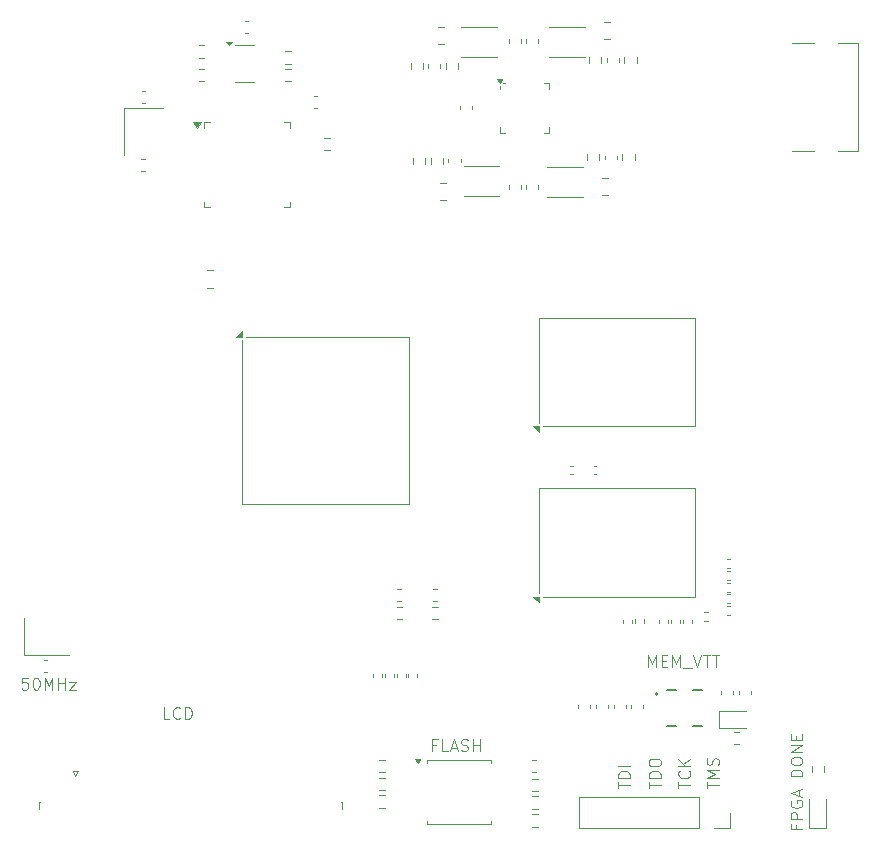
<source format=gbr>
%TF.GenerationSoftware,KiCad,Pcbnew,8.0.6*%
%TF.CreationDate,2025-01-06T00:07:23+08:00*%
%TF.ProjectId,ECP5_DEV_BOARD,45435035-5f44-4455-965f-424f4152442e,rev?*%
%TF.SameCoordinates,Original*%
%TF.FileFunction,Legend,Top*%
%TF.FilePolarity,Positive*%
%FSLAX46Y46*%
G04 Gerber Fmt 4.6, Leading zero omitted, Abs format (unit mm)*
G04 Created by KiCad (PCBNEW 8.0.6) date 2025-01-06 00:07:23*
%MOMM*%
%LPD*%
G01*
G04 APERTURE LIST*
%ADD10C,0.100000*%
%ADD11C,0.120000*%
%ADD12C,0.127000*%
%ADD13C,0.200000*%
G04 APERTURE END LIST*
D10*
X149572419Y-134038972D02*
X149572419Y-133467544D01*
X150572419Y-133753258D02*
X149572419Y-133753258D01*
X150572419Y-133134210D02*
X149572419Y-133134210D01*
X149572419Y-133134210D02*
X150286704Y-132800877D01*
X150286704Y-132800877D02*
X149572419Y-132467544D01*
X149572419Y-132467544D02*
X150572419Y-132467544D01*
X150524800Y-132038972D02*
X150572419Y-131896115D01*
X150572419Y-131896115D02*
X150572419Y-131658020D01*
X150572419Y-131658020D02*
X150524800Y-131562782D01*
X150524800Y-131562782D02*
X150477180Y-131515163D01*
X150477180Y-131515163D02*
X150381942Y-131467544D01*
X150381942Y-131467544D02*
X150286704Y-131467544D01*
X150286704Y-131467544D02*
X150191466Y-131515163D01*
X150191466Y-131515163D02*
X150143847Y-131562782D01*
X150143847Y-131562782D02*
X150096228Y-131658020D01*
X150096228Y-131658020D02*
X150048609Y-131848496D01*
X150048609Y-131848496D02*
X150000990Y-131943734D01*
X150000990Y-131943734D02*
X149953371Y-131991353D01*
X149953371Y-131991353D02*
X149858133Y-132038972D01*
X149858133Y-132038972D02*
X149762895Y-132038972D01*
X149762895Y-132038972D02*
X149667657Y-131991353D01*
X149667657Y-131991353D02*
X149620038Y-131943734D01*
X149620038Y-131943734D02*
X149572419Y-131848496D01*
X149572419Y-131848496D02*
X149572419Y-131610401D01*
X149572419Y-131610401D02*
X149620038Y-131467544D01*
X144603884Y-123772419D02*
X144603884Y-122772419D01*
X144603884Y-122772419D02*
X144937217Y-123486704D01*
X144937217Y-123486704D02*
X145270550Y-122772419D01*
X145270550Y-122772419D02*
X145270550Y-123772419D01*
X145746741Y-123248609D02*
X146080074Y-123248609D01*
X146222931Y-123772419D02*
X145746741Y-123772419D01*
X145746741Y-123772419D02*
X145746741Y-122772419D01*
X145746741Y-122772419D02*
X146222931Y-122772419D01*
X146651503Y-123772419D02*
X146651503Y-122772419D01*
X146651503Y-122772419D02*
X146984836Y-123486704D01*
X146984836Y-123486704D02*
X147318169Y-122772419D01*
X147318169Y-122772419D02*
X147318169Y-123772419D01*
X147556265Y-123867657D02*
X148318169Y-123867657D01*
X148413408Y-122772419D02*
X148746741Y-123772419D01*
X148746741Y-123772419D02*
X149080074Y-122772419D01*
X149270551Y-122772419D02*
X149841979Y-122772419D01*
X149556265Y-123772419D02*
X149556265Y-122772419D01*
X150032456Y-122772419D02*
X150603884Y-122772419D01*
X150318170Y-123772419D02*
X150318170Y-122772419D01*
X104080074Y-128172419D02*
X103603884Y-128172419D01*
X103603884Y-128172419D02*
X103603884Y-127172419D01*
X104984836Y-128077180D02*
X104937217Y-128124800D01*
X104937217Y-128124800D02*
X104794360Y-128172419D01*
X104794360Y-128172419D02*
X104699122Y-128172419D01*
X104699122Y-128172419D02*
X104556265Y-128124800D01*
X104556265Y-128124800D02*
X104461027Y-128029561D01*
X104461027Y-128029561D02*
X104413408Y-127934323D01*
X104413408Y-127934323D02*
X104365789Y-127743847D01*
X104365789Y-127743847D02*
X104365789Y-127600990D01*
X104365789Y-127600990D02*
X104413408Y-127410514D01*
X104413408Y-127410514D02*
X104461027Y-127315276D01*
X104461027Y-127315276D02*
X104556265Y-127220038D01*
X104556265Y-127220038D02*
X104699122Y-127172419D01*
X104699122Y-127172419D02*
X104794360Y-127172419D01*
X104794360Y-127172419D02*
X104937217Y-127220038D01*
X104937217Y-127220038D02*
X104984836Y-127267657D01*
X105413408Y-128172419D02*
X105413408Y-127172419D01*
X105413408Y-127172419D02*
X105651503Y-127172419D01*
X105651503Y-127172419D02*
X105794360Y-127220038D01*
X105794360Y-127220038D02*
X105889598Y-127315276D01*
X105889598Y-127315276D02*
X105937217Y-127410514D01*
X105937217Y-127410514D02*
X105984836Y-127600990D01*
X105984836Y-127600990D02*
X105984836Y-127743847D01*
X105984836Y-127743847D02*
X105937217Y-127934323D01*
X105937217Y-127934323D02*
X105889598Y-128029561D01*
X105889598Y-128029561D02*
X105794360Y-128124800D01*
X105794360Y-128124800D02*
X105651503Y-128172419D01*
X105651503Y-128172419D02*
X105413408Y-128172419D01*
X157148609Y-137162782D02*
X157148609Y-137496115D01*
X157672419Y-137496115D02*
X156672419Y-137496115D01*
X156672419Y-137496115D02*
X156672419Y-137019925D01*
X157672419Y-136638972D02*
X156672419Y-136638972D01*
X156672419Y-136638972D02*
X156672419Y-136258020D01*
X156672419Y-136258020D02*
X156720038Y-136162782D01*
X156720038Y-136162782D02*
X156767657Y-136115163D01*
X156767657Y-136115163D02*
X156862895Y-136067544D01*
X156862895Y-136067544D02*
X157005752Y-136067544D01*
X157005752Y-136067544D02*
X157100990Y-136115163D01*
X157100990Y-136115163D02*
X157148609Y-136162782D01*
X157148609Y-136162782D02*
X157196228Y-136258020D01*
X157196228Y-136258020D02*
X157196228Y-136638972D01*
X156720038Y-135115163D02*
X156672419Y-135210401D01*
X156672419Y-135210401D02*
X156672419Y-135353258D01*
X156672419Y-135353258D02*
X156720038Y-135496115D01*
X156720038Y-135496115D02*
X156815276Y-135591353D01*
X156815276Y-135591353D02*
X156910514Y-135638972D01*
X156910514Y-135638972D02*
X157100990Y-135686591D01*
X157100990Y-135686591D02*
X157243847Y-135686591D01*
X157243847Y-135686591D02*
X157434323Y-135638972D01*
X157434323Y-135638972D02*
X157529561Y-135591353D01*
X157529561Y-135591353D02*
X157624800Y-135496115D01*
X157624800Y-135496115D02*
X157672419Y-135353258D01*
X157672419Y-135353258D02*
X157672419Y-135258020D01*
X157672419Y-135258020D02*
X157624800Y-135115163D01*
X157624800Y-135115163D02*
X157577180Y-135067544D01*
X157577180Y-135067544D02*
X157243847Y-135067544D01*
X157243847Y-135067544D02*
X157243847Y-135258020D01*
X157386704Y-134686591D02*
X157386704Y-134210401D01*
X157672419Y-134781829D02*
X156672419Y-134448496D01*
X156672419Y-134448496D02*
X157672419Y-134115163D01*
X157672419Y-133019924D02*
X156672419Y-133019924D01*
X156672419Y-133019924D02*
X156672419Y-132781829D01*
X156672419Y-132781829D02*
X156720038Y-132638972D01*
X156720038Y-132638972D02*
X156815276Y-132543734D01*
X156815276Y-132543734D02*
X156910514Y-132496115D01*
X156910514Y-132496115D02*
X157100990Y-132448496D01*
X157100990Y-132448496D02*
X157243847Y-132448496D01*
X157243847Y-132448496D02*
X157434323Y-132496115D01*
X157434323Y-132496115D02*
X157529561Y-132543734D01*
X157529561Y-132543734D02*
X157624800Y-132638972D01*
X157624800Y-132638972D02*
X157672419Y-132781829D01*
X157672419Y-132781829D02*
X157672419Y-133019924D01*
X156672419Y-131829448D02*
X156672419Y-131638972D01*
X156672419Y-131638972D02*
X156720038Y-131543734D01*
X156720038Y-131543734D02*
X156815276Y-131448496D01*
X156815276Y-131448496D02*
X157005752Y-131400877D01*
X157005752Y-131400877D02*
X157339085Y-131400877D01*
X157339085Y-131400877D02*
X157529561Y-131448496D01*
X157529561Y-131448496D02*
X157624800Y-131543734D01*
X157624800Y-131543734D02*
X157672419Y-131638972D01*
X157672419Y-131638972D02*
X157672419Y-131829448D01*
X157672419Y-131829448D02*
X157624800Y-131924686D01*
X157624800Y-131924686D02*
X157529561Y-132019924D01*
X157529561Y-132019924D02*
X157339085Y-132067543D01*
X157339085Y-132067543D02*
X157005752Y-132067543D01*
X157005752Y-132067543D02*
X156815276Y-132019924D01*
X156815276Y-132019924D02*
X156720038Y-131924686D01*
X156720038Y-131924686D02*
X156672419Y-131829448D01*
X157672419Y-130972305D02*
X156672419Y-130972305D01*
X156672419Y-130972305D02*
X157672419Y-130400877D01*
X157672419Y-130400877D02*
X156672419Y-130400877D01*
X157148609Y-129924686D02*
X157148609Y-129591353D01*
X157672419Y-129448496D02*
X157672419Y-129924686D01*
X157672419Y-129924686D02*
X156672419Y-129924686D01*
X156672419Y-129924686D02*
X156672419Y-129448496D01*
X142072419Y-134038972D02*
X142072419Y-133467544D01*
X143072419Y-133753258D02*
X142072419Y-133753258D01*
X143072419Y-133134210D02*
X142072419Y-133134210D01*
X142072419Y-133134210D02*
X142072419Y-132896115D01*
X142072419Y-132896115D02*
X142120038Y-132753258D01*
X142120038Y-132753258D02*
X142215276Y-132658020D01*
X142215276Y-132658020D02*
X142310514Y-132610401D01*
X142310514Y-132610401D02*
X142500990Y-132562782D01*
X142500990Y-132562782D02*
X142643847Y-132562782D01*
X142643847Y-132562782D02*
X142834323Y-132610401D01*
X142834323Y-132610401D02*
X142929561Y-132658020D01*
X142929561Y-132658020D02*
X143024800Y-132753258D01*
X143024800Y-132753258D02*
X143072419Y-132896115D01*
X143072419Y-132896115D02*
X143072419Y-133134210D01*
X143072419Y-132134210D02*
X142072419Y-132134210D01*
X126637217Y-130348609D02*
X126303884Y-130348609D01*
X126303884Y-130872419D02*
X126303884Y-129872419D01*
X126303884Y-129872419D02*
X126780074Y-129872419D01*
X127637217Y-130872419D02*
X127161027Y-130872419D01*
X127161027Y-130872419D02*
X127161027Y-129872419D01*
X127922932Y-130586704D02*
X128399122Y-130586704D01*
X127827694Y-130872419D02*
X128161027Y-129872419D01*
X128161027Y-129872419D02*
X128494360Y-130872419D01*
X128780075Y-130824800D02*
X128922932Y-130872419D01*
X128922932Y-130872419D02*
X129161027Y-130872419D01*
X129161027Y-130872419D02*
X129256265Y-130824800D01*
X129256265Y-130824800D02*
X129303884Y-130777180D01*
X129303884Y-130777180D02*
X129351503Y-130681942D01*
X129351503Y-130681942D02*
X129351503Y-130586704D01*
X129351503Y-130586704D02*
X129303884Y-130491466D01*
X129303884Y-130491466D02*
X129256265Y-130443847D01*
X129256265Y-130443847D02*
X129161027Y-130396228D01*
X129161027Y-130396228D02*
X128970551Y-130348609D01*
X128970551Y-130348609D02*
X128875313Y-130300990D01*
X128875313Y-130300990D02*
X128827694Y-130253371D01*
X128827694Y-130253371D02*
X128780075Y-130158133D01*
X128780075Y-130158133D02*
X128780075Y-130062895D01*
X128780075Y-130062895D02*
X128827694Y-129967657D01*
X128827694Y-129967657D02*
X128875313Y-129920038D01*
X128875313Y-129920038D02*
X128970551Y-129872419D01*
X128970551Y-129872419D02*
X129208646Y-129872419D01*
X129208646Y-129872419D02*
X129351503Y-129920038D01*
X129780075Y-130872419D02*
X129780075Y-129872419D01*
X129780075Y-130348609D02*
X130351503Y-130348609D01*
X130351503Y-130872419D02*
X130351503Y-129872419D01*
X144672419Y-134038972D02*
X144672419Y-133467544D01*
X145672419Y-133753258D02*
X144672419Y-133753258D01*
X145672419Y-133134210D02*
X144672419Y-133134210D01*
X144672419Y-133134210D02*
X144672419Y-132896115D01*
X144672419Y-132896115D02*
X144720038Y-132753258D01*
X144720038Y-132753258D02*
X144815276Y-132658020D01*
X144815276Y-132658020D02*
X144910514Y-132610401D01*
X144910514Y-132610401D02*
X145100990Y-132562782D01*
X145100990Y-132562782D02*
X145243847Y-132562782D01*
X145243847Y-132562782D02*
X145434323Y-132610401D01*
X145434323Y-132610401D02*
X145529561Y-132658020D01*
X145529561Y-132658020D02*
X145624800Y-132753258D01*
X145624800Y-132753258D02*
X145672419Y-132896115D01*
X145672419Y-132896115D02*
X145672419Y-133134210D01*
X144672419Y-131943734D02*
X144672419Y-131753258D01*
X144672419Y-131753258D02*
X144720038Y-131658020D01*
X144720038Y-131658020D02*
X144815276Y-131562782D01*
X144815276Y-131562782D02*
X145005752Y-131515163D01*
X145005752Y-131515163D02*
X145339085Y-131515163D01*
X145339085Y-131515163D02*
X145529561Y-131562782D01*
X145529561Y-131562782D02*
X145624800Y-131658020D01*
X145624800Y-131658020D02*
X145672419Y-131753258D01*
X145672419Y-131753258D02*
X145672419Y-131943734D01*
X145672419Y-131943734D02*
X145624800Y-132038972D01*
X145624800Y-132038972D02*
X145529561Y-132134210D01*
X145529561Y-132134210D02*
X145339085Y-132181829D01*
X145339085Y-132181829D02*
X145005752Y-132181829D01*
X145005752Y-132181829D02*
X144815276Y-132134210D01*
X144815276Y-132134210D02*
X144720038Y-132038972D01*
X144720038Y-132038972D02*
X144672419Y-131943734D01*
X147172419Y-134038972D02*
X147172419Y-133467544D01*
X148172419Y-133753258D02*
X147172419Y-133753258D01*
X148077180Y-132562782D02*
X148124800Y-132610401D01*
X148124800Y-132610401D02*
X148172419Y-132753258D01*
X148172419Y-132753258D02*
X148172419Y-132848496D01*
X148172419Y-132848496D02*
X148124800Y-132991353D01*
X148124800Y-132991353D02*
X148029561Y-133086591D01*
X148029561Y-133086591D02*
X147934323Y-133134210D01*
X147934323Y-133134210D02*
X147743847Y-133181829D01*
X147743847Y-133181829D02*
X147600990Y-133181829D01*
X147600990Y-133181829D02*
X147410514Y-133134210D01*
X147410514Y-133134210D02*
X147315276Y-133086591D01*
X147315276Y-133086591D02*
X147220038Y-132991353D01*
X147220038Y-132991353D02*
X147172419Y-132848496D01*
X147172419Y-132848496D02*
X147172419Y-132753258D01*
X147172419Y-132753258D02*
X147220038Y-132610401D01*
X147220038Y-132610401D02*
X147267657Y-132562782D01*
X148172419Y-132134210D02*
X147172419Y-132134210D01*
X148172419Y-131562782D02*
X147600990Y-131991353D01*
X147172419Y-131562782D02*
X147743847Y-132134210D01*
X92080074Y-124672419D02*
X91603884Y-124672419D01*
X91603884Y-124672419D02*
X91556265Y-125148609D01*
X91556265Y-125148609D02*
X91603884Y-125100990D01*
X91603884Y-125100990D02*
X91699122Y-125053371D01*
X91699122Y-125053371D02*
X91937217Y-125053371D01*
X91937217Y-125053371D02*
X92032455Y-125100990D01*
X92032455Y-125100990D02*
X92080074Y-125148609D01*
X92080074Y-125148609D02*
X92127693Y-125243847D01*
X92127693Y-125243847D02*
X92127693Y-125481942D01*
X92127693Y-125481942D02*
X92080074Y-125577180D01*
X92080074Y-125577180D02*
X92032455Y-125624800D01*
X92032455Y-125624800D02*
X91937217Y-125672419D01*
X91937217Y-125672419D02*
X91699122Y-125672419D01*
X91699122Y-125672419D02*
X91603884Y-125624800D01*
X91603884Y-125624800D02*
X91556265Y-125577180D01*
X92746741Y-124672419D02*
X92841979Y-124672419D01*
X92841979Y-124672419D02*
X92937217Y-124720038D01*
X92937217Y-124720038D02*
X92984836Y-124767657D01*
X92984836Y-124767657D02*
X93032455Y-124862895D01*
X93032455Y-124862895D02*
X93080074Y-125053371D01*
X93080074Y-125053371D02*
X93080074Y-125291466D01*
X93080074Y-125291466D02*
X93032455Y-125481942D01*
X93032455Y-125481942D02*
X92984836Y-125577180D01*
X92984836Y-125577180D02*
X92937217Y-125624800D01*
X92937217Y-125624800D02*
X92841979Y-125672419D01*
X92841979Y-125672419D02*
X92746741Y-125672419D01*
X92746741Y-125672419D02*
X92651503Y-125624800D01*
X92651503Y-125624800D02*
X92603884Y-125577180D01*
X92603884Y-125577180D02*
X92556265Y-125481942D01*
X92556265Y-125481942D02*
X92508646Y-125291466D01*
X92508646Y-125291466D02*
X92508646Y-125053371D01*
X92508646Y-125053371D02*
X92556265Y-124862895D01*
X92556265Y-124862895D02*
X92603884Y-124767657D01*
X92603884Y-124767657D02*
X92651503Y-124720038D01*
X92651503Y-124720038D02*
X92746741Y-124672419D01*
X93508646Y-125672419D02*
X93508646Y-124672419D01*
X93508646Y-124672419D02*
X93841979Y-125386704D01*
X93841979Y-125386704D02*
X94175312Y-124672419D01*
X94175312Y-124672419D02*
X94175312Y-125672419D01*
X94651503Y-125672419D02*
X94651503Y-124672419D01*
X94651503Y-125148609D02*
X95222931Y-125148609D01*
X95222931Y-125672419D02*
X95222931Y-124672419D01*
X95603884Y-125005752D02*
X96127693Y-125005752D01*
X96127693Y-125005752D02*
X95603884Y-125672419D01*
X95603884Y-125672419D02*
X96127693Y-125672419D01*
D11*
%TO.C,R47*%
X134755276Y-136225000D02*
X135264724Y-136225000D01*
X134755276Y-137270000D02*
X135264724Y-137270000D01*
%TO.C,C26*%
X126801248Y-69540000D02*
X127323752Y-69540000D01*
X126801248Y-71010000D02*
X127323752Y-71010000D01*
%TO.C,C22*%
X140940000Y-80740580D02*
X140940000Y-80459420D01*
X141960000Y-80740580D02*
X141960000Y-80459420D01*
%TO.C,C24*%
X141102500Y-72234420D02*
X141102500Y-72515580D01*
X142122500Y-72234420D02*
X142122500Y-72515580D01*
%TO.C,C30*%
X132802500Y-70634420D02*
X132802500Y-70915580D01*
X133822500Y-70634420D02*
X133822500Y-70915580D01*
%TO.C,L2*%
X129002500Y-81340000D02*
X132022500Y-81340000D01*
X129002500Y-83860000D02*
X132022500Y-83860000D01*
%TO.C,R40*%
X142590000Y-72612258D02*
X142590000Y-72137742D01*
X143635000Y-72612258D02*
X143635000Y-72137742D01*
%TO.C,R14*%
X151246359Y-118620000D02*
X151553641Y-118620000D01*
X151246359Y-119380000D02*
X151553641Y-119380000D01*
%TO.C,R41*%
X127490000Y-72637742D02*
X127490000Y-73112258D01*
X128535000Y-72637742D02*
X128535000Y-73112258D01*
%TO.C,C21*%
X141690000Y-126959420D02*
X141690000Y-127240580D01*
X142710000Y-126959420D02*
X142710000Y-127240580D01*
%TO.C,C3*%
X123384420Y-117190000D02*
X123665580Y-117190000D01*
X123384420Y-118210000D02*
X123665580Y-118210000D01*
%TO.C,R48*%
X122364724Y-134625000D02*
X121855276Y-134625000D01*
X122364724Y-135670000D02*
X121855276Y-135670000D01*
%TO.C,U11*%
X107027500Y-77640001D02*
X107027500Y-78090001D01*
X107027500Y-84860001D02*
X107027500Y-84410001D01*
X107477500Y-77640001D02*
X107027500Y-77640001D01*
X107477500Y-84860001D02*
X107027500Y-84860001D01*
X113797500Y-77640001D02*
X114247500Y-77640001D01*
X113797500Y-84860001D02*
X114247500Y-84860001D01*
X114247500Y-77640001D02*
X114247500Y-78090001D01*
X114247500Y-84860001D02*
X114247500Y-84410001D01*
X106437500Y-78090001D02*
X106097500Y-77620001D01*
X106777500Y-77620001D01*
X106437500Y-78090001D01*
G36*
X106437500Y-78090001D02*
G01*
X106097500Y-77620001D01*
X106777500Y-77620001D01*
X106437500Y-78090001D01*
G37*
%TO.C,C33*%
X132790000Y-83265580D02*
X132790000Y-82984420D01*
X133810000Y-83265580D02*
X133810000Y-82984420D01*
%TO.C,R60*%
X117637258Y-78977500D02*
X117162742Y-78977500D01*
X117637258Y-80022500D02*
X117162742Y-80022500D01*
%TO.C,C43*%
X150790000Y-125784420D02*
X150790000Y-126065580D01*
X151810000Y-125784420D02*
X151810000Y-126065580D01*
%TO.C,D1*%
X158200000Y-134975000D02*
X158200000Y-137435000D01*
X158200000Y-137435000D02*
X159670000Y-137435000D01*
X159670000Y-137435000D02*
X159670000Y-134975000D01*
%TO.C,R42*%
X124490000Y-73112258D02*
X124490000Y-72637742D01*
X125535000Y-73112258D02*
X125535000Y-72637742D01*
%TO.C,C44*%
X107238748Y-90165000D02*
X107761252Y-90165000D01*
X107238748Y-91635000D02*
X107761252Y-91635000D01*
%TO.C,U1*%
X135400000Y-94200000D02*
X135400000Y-103080000D01*
X135720000Y-103400000D02*
X148600000Y-103400000D01*
X148600000Y-94200000D02*
X135400000Y-94200000D01*
X148600000Y-103400000D02*
X148600000Y-94200000D01*
X135400000Y-103900000D02*
X134900000Y-103400000D01*
X135400000Y-103400000D01*
X135400000Y-103900000D01*
G36*
X135400000Y-103900000D02*
G01*
X134900000Y-103400000D01*
X135400000Y-103400000D01*
X135400000Y-103900000D01*
G37*
%TO.C,R43*%
X122310000Y-124336359D02*
X122310000Y-124643641D01*
X123070000Y-124336359D02*
X123070000Y-124643641D01*
%TO.C,C4*%
X126409420Y-117190000D02*
X126690580Y-117190000D01*
X126409420Y-118210000D02*
X126690580Y-118210000D01*
%TO.C,R65*%
X107037258Y-73127500D02*
X106562742Y-73127500D01*
X107037258Y-74172500D02*
X106562742Y-74172500D01*
%TO.C,R22*%
X151246359Y-114620000D02*
X151553641Y-114620000D01*
X151246359Y-115380000D02*
X151553641Y-115380000D01*
%TO.C,R51*%
X134755276Y-134725000D02*
X135264724Y-134725000D01*
X134755276Y-135770000D02*
X135264724Y-135770000D01*
%TO.C,C31*%
X134302500Y-70634420D02*
X134302500Y-70915580D01*
X135322500Y-70634420D02*
X135322500Y-70915580D01*
%TO.C,U3*%
X110200000Y-96120000D02*
X110200000Y-110000000D01*
X110200000Y-110000000D02*
X124400000Y-110000000D01*
X124400000Y-95800000D02*
X110520000Y-95800000D01*
X124400000Y-110000000D02*
X124400000Y-95800000D01*
X110200000Y-95800000D02*
X109700000Y-95800000D01*
X110200000Y-95300000D01*
X110200000Y-95800000D01*
G36*
X110200000Y-95800000D02*
G01*
X109700000Y-95800000D01*
X110200000Y-95300000D01*
X110200000Y-95800000D01*
G37*
%TO.C,R10*%
X146520000Y-119756359D02*
X146520000Y-120063641D01*
X147280000Y-119756359D02*
X147280000Y-120063641D01*
%TO.C,L1*%
X139060000Y-81440000D02*
X136040000Y-81440000D01*
X139060000Y-83960000D02*
X136040000Y-83960000D01*
%TO.C,R34*%
X149653641Y-119120000D02*
X149346359Y-119120000D01*
X149653641Y-119880000D02*
X149346359Y-119880000D01*
%TO.C,R52*%
X134755276Y-133225000D02*
X135264724Y-133225000D01*
X134755276Y-134270000D02*
X135264724Y-134270000D01*
%TO.C,R23*%
X145520000Y-119756359D02*
X145520000Y-120063641D01*
X146280000Y-119756359D02*
X146280000Y-120063641D01*
%TO.C,D2*%
X150615000Y-127465000D02*
X150615000Y-128935000D01*
X150615000Y-128935000D02*
X152900000Y-128935000D01*
X152900000Y-127465000D02*
X150615000Y-127465000D01*
%TO.C,R37*%
X139427500Y-80837258D02*
X139427500Y-80362742D01*
X140472500Y-80837258D02*
X140472500Y-80362742D01*
%TO.C,C27*%
X140851248Y-69140000D02*
X141373752Y-69140000D01*
X140851248Y-70610000D02*
X141373752Y-70610000D01*
%TO.C,C52*%
X101990580Y-80790000D02*
X101709420Y-80790000D01*
X101990580Y-81810000D02*
X101709420Y-81810000D01*
%TO.C,C29*%
X126951248Y-82765000D02*
X127473752Y-82765000D01*
X126951248Y-84235000D02*
X127473752Y-84235000D01*
%TO.C,J1*%
X156750000Y-80080000D02*
X158670000Y-80080000D01*
X158670000Y-70920000D02*
X156750000Y-70920000D01*
X160680000Y-70920000D02*
X162385000Y-70920000D01*
X162385000Y-70920000D02*
X162385000Y-80080000D01*
X162385000Y-80080000D02*
X160680000Y-80080000D01*
%TO.C,R50*%
X122364724Y-131625000D02*
X121855276Y-131625000D01*
X122364724Y-132670000D02*
X121855276Y-132670000D01*
%TO.C,R66*%
X113862742Y-71627500D02*
X114337258Y-71627500D01*
X113862742Y-72672500D02*
X114337258Y-72672500D01*
%TO.C,R16*%
X151246359Y-117620000D02*
X151553641Y-117620000D01*
X151246359Y-118380000D02*
X151553641Y-118380000D01*
%TO.C,C37*%
X134290000Y-83265580D02*
X134290000Y-82984420D01*
X135310000Y-83265580D02*
X135310000Y-82984420D01*
%TO.C,C61*%
X110740580Y-69090000D02*
X110459420Y-69090000D01*
X110740580Y-70110000D02*
X110459420Y-70110000D01*
%TO.C,U4*%
X132027500Y-74815000D02*
X132027500Y-74580000D01*
X132027500Y-78560000D02*
X132027500Y-78085000D01*
X132502500Y-74340000D02*
X132327500Y-74340000D01*
X132502500Y-78560000D02*
X132027500Y-78560000D01*
X135772500Y-74340000D02*
X136247500Y-74340000D01*
X135772500Y-78560000D02*
X136247500Y-78560000D01*
X136247500Y-74340000D02*
X136247500Y-74815000D01*
X136247500Y-78560000D02*
X136247500Y-78085000D01*
X132027500Y-74340000D02*
X131787500Y-74010000D01*
X132267500Y-74010000D01*
X132027500Y-74340000D01*
G36*
X132027500Y-74340000D02*
G01*
X131787500Y-74010000D01*
X132267500Y-74010000D01*
X132027500Y-74340000D01*
G37*
%TO.C,R49*%
X122364724Y-133125000D02*
X121855276Y-133125000D01*
X122364724Y-134170000D02*
X121855276Y-134170000D01*
%TO.C,R35*%
X126190000Y-80662742D02*
X126190000Y-81137258D01*
X127235000Y-80662742D02*
X127235000Y-81137258D01*
%TO.C,R25*%
X124310000Y-124346359D02*
X124310000Y-124653641D01*
X125070000Y-124346359D02*
X125070000Y-124653641D01*
%TO.C,R29*%
X143520000Y-119736359D02*
X143520000Y-120043641D01*
X144280000Y-119736359D02*
X144280000Y-120043641D01*
%TO.C,R45*%
X121330000Y-124336359D02*
X121330000Y-124643641D01*
X122090000Y-124336359D02*
X122090000Y-124643641D01*
%TO.C,C47*%
X138690000Y-126969420D02*
X138690000Y-127250580D01*
X139710000Y-126969420D02*
X139710000Y-127250580D01*
%TO.C,R12*%
X147520000Y-119756359D02*
X147520000Y-120063641D01*
X148280000Y-119756359D02*
X148280000Y-120063641D01*
%TO.C,C42*%
X152300000Y-125784420D02*
X152300000Y-126065580D01*
X153320000Y-125784420D02*
X153320000Y-126065580D01*
%TO.C,R20*%
X151246359Y-116620000D02*
X151553641Y-116620000D01*
X151246359Y-117380000D02*
X151553641Y-117380000D01*
%TO.C,R67*%
X113887742Y-73127500D02*
X114362258Y-73127500D01*
X113887742Y-74172500D02*
X114362258Y-74172500D01*
%TO.C,U5*%
X125875000Y-131610000D02*
X125875000Y-131870000D01*
X125875000Y-137060000D02*
X125875000Y-136800000D01*
X128600000Y-131610000D02*
X125875000Y-131610000D01*
X128600000Y-131610000D02*
X131325000Y-131610000D01*
X128600000Y-137060000D02*
X125875000Y-137060000D01*
X128600000Y-137060000D02*
X131325000Y-137060000D01*
X131325000Y-131610000D02*
X131325000Y-131870000D01*
X131325000Y-137060000D02*
X131325000Y-136800000D01*
X125092500Y-131870000D02*
X124852500Y-131540000D01*
X125332500Y-131540000D01*
X125092500Y-131870000D01*
G36*
X125092500Y-131870000D02*
G01*
X124852500Y-131540000D01*
X125332500Y-131540000D01*
X125092500Y-131870000D01*
G37*
%TO.C,J4*%
X138730000Y-134770000D02*
X138730000Y-137430000D01*
X148950000Y-134770000D02*
X138730000Y-134770000D01*
X148950000Y-134770000D02*
X148950000Y-137430000D01*
X148950000Y-137430000D02*
X138730000Y-137430000D01*
X151550000Y-136100000D02*
X151550000Y-137430000D01*
X151550000Y-137430000D02*
X150220000Y-137430000D01*
%TO.C,J5*%
X93025000Y-135190000D02*
X93025000Y-135790000D01*
X93135000Y-135190000D02*
X93025000Y-135190000D01*
X95900000Y-132600000D02*
X96100000Y-133000000D01*
X96100000Y-133000000D02*
X96300000Y-132600000D01*
X96300000Y-132600000D02*
X95900000Y-132600000D01*
X118565000Y-135190000D02*
X118675000Y-135190000D01*
X118675000Y-135190000D02*
X118675000Y-135790000D01*
%TO.C,U15*%
X110437500Y-71090000D02*
X109637500Y-71090000D01*
X110437500Y-71090000D02*
X111237500Y-71090000D01*
X110437500Y-74210000D02*
X109637500Y-74210000D01*
X110437500Y-74210000D02*
X111237500Y-74210000D01*
X109137500Y-71140000D02*
X108897500Y-70810000D01*
X109377500Y-70810000D01*
X109137500Y-71140000D01*
G36*
X109137500Y-71140000D02*
G01*
X108897500Y-70810000D01*
X109377500Y-70810000D01*
X109137500Y-71140000D01*
G37*
%TO.C,R6*%
X126312742Y-118677500D02*
X126787258Y-118677500D01*
X126312742Y-119722500D02*
X126787258Y-119722500D01*
%TO.C,C10*%
X140207836Y-106740000D02*
X139992164Y-106740000D01*
X140207836Y-107460000D02*
X139992164Y-107460000D01*
%TO.C,R5*%
X123312742Y-118677500D02*
X123787258Y-118677500D01*
X123312742Y-119722500D02*
X123787258Y-119722500D01*
%TO.C,C32*%
X128702500Y-76515580D02*
X128702500Y-76234420D01*
X129722500Y-76515580D02*
X129722500Y-76234420D01*
%TO.C,C34*%
X93441920Y-123152500D02*
X93723080Y-123152500D01*
X93441920Y-124172500D02*
X93723080Y-124172500D01*
%TO.C,R19*%
X151246359Y-115620000D02*
X151553641Y-115620000D01*
X151246359Y-116380000D02*
X151553641Y-116380000D01*
%TO.C,X1*%
X91742500Y-119592500D02*
X91742500Y-122742500D01*
X91742500Y-122742500D02*
X95542500Y-122742500D01*
%TO.C,L3*%
X131822500Y-69615000D02*
X128802500Y-69615000D01*
X131822500Y-72135000D02*
X128802500Y-72135000D01*
%TO.C,C53*%
X101734420Y-74990000D02*
X102015580Y-74990000D01*
X101734420Y-76010000D02*
X102015580Y-76010000D01*
%TO.C,C19*%
X143190000Y-126969420D02*
X143190000Y-127250580D01*
X144210000Y-126969420D02*
X144210000Y-127250580D01*
%TO.C,R46*%
X158477500Y-132654724D02*
X158477500Y-132145276D01*
X159522500Y-132654724D02*
X159522500Y-132145276D01*
%TO.C,C25*%
X126002500Y-72734420D02*
X126002500Y-73015580D01*
X127022500Y-72734420D02*
X127022500Y-73015580D01*
%TO.C,R39*%
X139590000Y-72137742D02*
X139590000Y-72612258D01*
X140635000Y-72137742D02*
X140635000Y-72612258D01*
%TO.C,Y1*%
X100200000Y-76400000D02*
X100200000Y-80400000D01*
X103500000Y-76400000D02*
X100200000Y-76400000D01*
%TO.C,R38*%
X142427500Y-80362742D02*
X142427500Y-80837258D01*
X143472500Y-80362742D02*
X143472500Y-80837258D01*
%TO.C,R36*%
X124690000Y-81137258D02*
X124690000Y-80662742D01*
X125735000Y-81137258D02*
X125735000Y-80662742D01*
%TO.C,C41*%
X140190000Y-126969420D02*
X140190000Y-127250580D01*
X141210000Y-126969420D02*
X141210000Y-127250580D01*
%TO.C,R32*%
X152337258Y-129227500D02*
X151862742Y-129227500D01*
X152337258Y-130272500D02*
X151862742Y-130272500D01*
%TO.C,U2*%
X135400000Y-108600000D02*
X135400000Y-117480000D01*
X135720000Y-117800000D02*
X148600000Y-117800000D01*
X148600000Y-108600000D02*
X135400000Y-108600000D01*
X148600000Y-117800000D02*
X148600000Y-108600000D01*
X135400000Y-118300000D02*
X134900000Y-117800000D01*
X135400000Y-117800000D01*
X135400000Y-118300000D01*
G36*
X135400000Y-118300000D02*
G01*
X134900000Y-117800000D01*
X135400000Y-117800000D01*
X135400000Y-118300000D01*
G37*
%TO.C,C28*%
X140688748Y-82365000D02*
X141211252Y-82365000D01*
X140688748Y-83835000D02*
X141211252Y-83835000D01*
%TO.C,L4*%
X136202500Y-69615000D02*
X139222500Y-69615000D01*
X136202500Y-72135000D02*
X139222500Y-72135000D01*
%TO.C,C11*%
X137992164Y-106740000D02*
X138207836Y-106740000D01*
X137992164Y-107460000D02*
X138207836Y-107460000D01*
%TO.C,C23*%
X127702500Y-80759420D02*
X127702500Y-81040580D01*
X128722500Y-80759420D02*
X128722500Y-81040580D01*
%TO.C,R44*%
X123320000Y-124336359D02*
X123320000Y-124643641D01*
X124080000Y-124336359D02*
X124080000Y-124643641D01*
%TO.C,R64*%
X106562742Y-71127500D02*
X107037258Y-71127500D01*
X106562742Y-72172500D02*
X107037258Y-72172500D01*
%TO.C,C35*%
X135090580Y-131640000D02*
X134809420Y-131640000D01*
X135090580Y-132660000D02*
X134809420Y-132660000D01*
%TO.C,R30*%
X142520000Y-119746359D02*
X142520000Y-120053641D01*
X143280000Y-119746359D02*
X143280000Y-120053641D01*
D12*
%TO.C,U9*%
X146200000Y-125750000D02*
X147005000Y-125750000D01*
X146200000Y-128750000D02*
X147005000Y-128750000D01*
X148395000Y-125750000D02*
X149200000Y-125750000D01*
X148395000Y-128750000D02*
X149200000Y-128750000D01*
D13*
X145405000Y-126050000D02*
G75*
G02*
X145205000Y-126050000I-100000J0D01*
G01*
X145205000Y-126050000D02*
G75*
G02*
X145405000Y-126050000I100000J0D01*
G01*
D11*
%TO.C,C54*%
X116309420Y-75440000D02*
X116590580Y-75440000D01*
X116309420Y-76460000D02*
X116590580Y-76460000D01*
%TD*%
M02*

</source>
